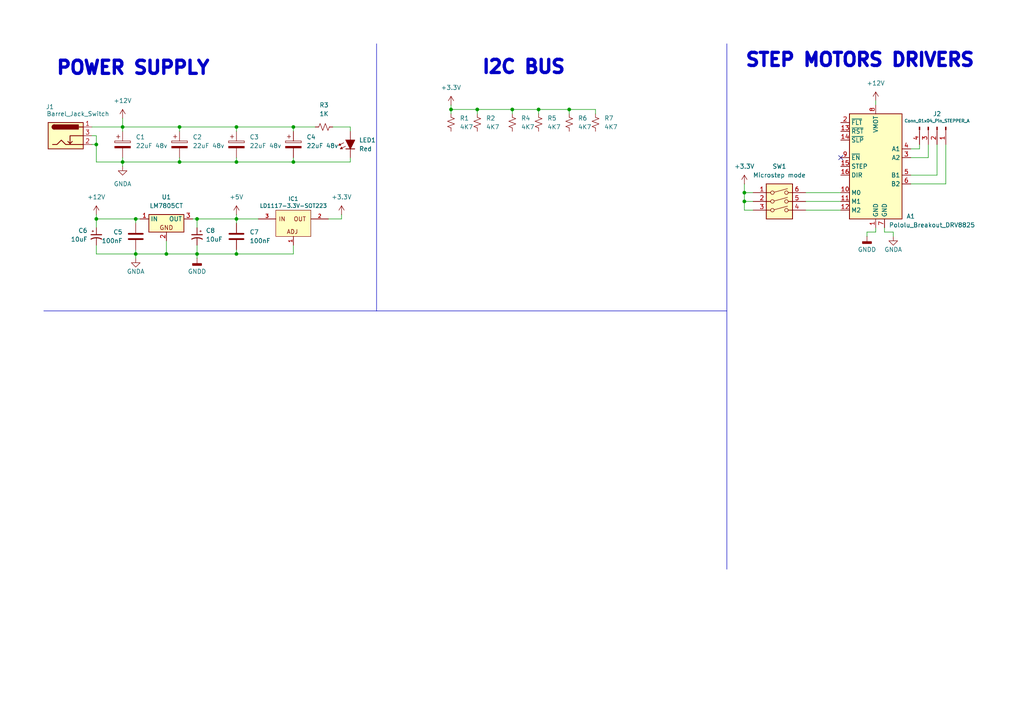
<source format=kicad_sch>
(kicad_sch (version 20250114) (generator "eeschema") (generator_version "9.0")
  (paper "A4")
  (title_block (title "ScaraRobot_controller") (date "2025-05-01") (company "Fourier Embeds") (comment 1 "Adrián Silva Palafox"))
  (lib_symbols
    (symbol "Connector:Barrel_Jack_Switch" (pin_names (hide yes))
      (property "Reference" "J" (at 0 5.334 0))
      (property "Value" "Barrel_Jack_Switch" (at 0 -5.08 0))
      (symbol "Barrel_Jack_Switch_0_1"
        (rectangle (start -5.08 3.81) (end 5.08 -3.81) (stroke (width 0.254)) (fill (type background)))
        (polyline (pts (xy -3.81 -2.54) (xy -2.54 -2.54) (xy -1.27 -1.27) (xy 0 -2.54) (xy 2.54 -2.54) (xy 5.08 -2.54)) (stroke (width 0.254)))
        (arc (start -3.302 1.905) (mid -3.9343 2.54) (end -3.302 3.175) (stroke (width 0.254)))
        (arc (start -3.302 1.905) (mid -3.9343 2.54) (end -3.302 3.175) (stroke (width 0.254)) (fill (type outline)))
        (polyline (pts (xy 1.27 -2.286) (xy 1.905 -1.651)) (stroke (width 0.254)))
        (rectangle (start 3.683 3.175) (end -3.302 1.905) (stroke (width 0.254)) (fill (type outline)))
        (polyline (pts (xy 5.08 2.54) (xy 3.81 2.54)) (stroke (width 0.254)))
        (polyline (pts (xy 5.08 0) (xy 1.27 0) (xy 1.27 -2.286) (xy 0.635 -1.651)) (stroke (width 0.254)))
      )
      (symbol "Barrel_Jack_Switch_1_1"
        (pin passive line (at 7.62 2.54 180) (length 2.54) (name "~") (number "1"))
        (pin passive line (at 7.62 0 180) (length 2.54) (name "~") (number "3"))
        (pin passive line (at 7.62 -2.54 180) (length 2.54) (name "~") (number "2"))
      )
    )
    (symbol "Connector:Conn_01x04_Pin" (pin_names (offset 1.016) (hide yes))
      (property "Reference" "J" (at 0 5.08 0))
      (property "Value" "Conn_01x04_Pin" (at 0 -7.62 0))
      (symbol "Conn_01x04_Pin_1_1"
        (rectangle (start 0.8636 2.667) (end 0 2.413) (stroke (width 0.1524)) (fill (type outline)))
        (rectangle (start 0.8636 0.127) (end 0 -0.127) (stroke (width 0.1524)) (fill (type outline)))
        (rectangle (start 0.8636 -2.413) (end 0 -2.667) (stroke (width 0.1524)) (fill (type outline)))
        (rectangle (start 0.8636 -4.953) (end 0 -5.207) (stroke (width 0.1524)) (fill (type outline)))
        (polyline (pts (xy 1.27 2.54) (xy 0.8636 2.54)) (stroke (width 0.1524)))
        (polyline (pts (xy 1.27 0) (xy 0.8636 0)) (stroke (width 0.1524)))
        (polyline (pts (xy 1.27 -2.54) (xy 0.8636 -2.54)) (stroke (width 0.1524)))
        (polyline (pts (xy 1.27 -5.08) (xy 0.8636 -5.08)) (stroke (width 0.1524)))
        (pin passive line (at 5.08 2.54 180) (length 3.81) (name "Pin_1") (number "1"))
        (pin passive line (at 5.08 0 180) (length 3.81) (name "Pin_2") (number "2"))
        (pin passive line (at 5.08 -2.54 180) (length 3.81) (name "Pin_3") (number "3"))
        (pin passive line (at 5.08 -5.08 180) (length 3.81) (name "Pin_4") (number "4"))
      )
    )
    (symbol "Device:C_Polarized_Small_US" (pin_numbers (hide yes)) (pin_names (offset 0.254) (hide yes))
      (property "Reference" "C" (at 0.254 1.778 0))
      (property "Value" "C_Polarized_Small_US" (at 0.254 -2.032 0))
      (symbol "C_Polarized_Small_US_0_1"
        (polyline (pts (xy -1.524 0.508) (xy 1.524 0.508)) (stroke (width 0.3048)))
        (polyline (pts (xy -1.27 1.524) (xy -0.762 1.524)))
        (polyline (pts (xy -1.016 1.27) (xy -1.016 1.778)))
        (arc (start -1.524 -0.762) (mid 0 -0.3734) (end 1.524 -0.762) (stroke (width 0.3048)))
      )
      (symbol "C_Polarized_Small_US_1_1"
        (pin passive line (at 0 2.54 270) (length 2.032) (name "~") (number "1"))
        (pin passive line (at 0 -2.54 90) (length 2.032) (name "~") (number "2"))
      )
    )
    (symbol "Device:R_Small_US" (pin_numbers (hide yes)) (pin_names (offset 0.254) (hide yes))
      (property "Reference" "R" (at 0.762 0.508 0))
      (property "Value" "R_Small_US" (at 0.762 -1.016 0))
      (symbol "R_Small_US_1_1"
        (polyline (pts (xy 0 1.524) (xy 1.016 1.143) (xy 0 0.762) (xy -1.016 0.381) (xy 0 0)))
        (polyline (pts (xy 0 0) (xy 1.016 -0.381) (xy 0 -0.762) (xy -1.016 -1.143) (xy 0 -1.524)))
        (pin passive line (at 0 2.54 270) (length 1.016) (name "~") (number "1"))
        (pin passive line (at 0 -2.54 90) (length 1.016) (name "~") (number "2"))
      )
    )
    (symbol "Driver_Motor:Pololu_Breakout_DRV8825"
      (property "Reference" "A" (at -2.54 16.51 0))
      (property "Value" "Pololu_Breakout_DRV8825" (at -2.54 13.97 0))
      (symbol "Pololu_Breakout_DRV8825_0_1"
        (rectangle (start 7.62 -17.78) (end -7.62 12.7) (stroke (width 0.254)) (fill (type background)))
      )
      (symbol "Pololu_Breakout_DRV8825_1_1"
        (pin output line (at -10.16 10.16 0) (length 2.54) (name "~{FLT}") (number "2"))
        (pin input line (at -10.16 7.62 0) (length 2.54) (name "~{RST}") (number "13"))
        (pin input line (at -10.16 5.08 0) (length 2.54) (name "~{SLP}") (number "14"))
        (pin input line (at -10.16 0 0) (length 2.54) (name "~{EN}") (number "9"))
        (pin input line (at -10.16 -2.54 0) (length 2.54) (name "STEP") (number "15"))
        (pin input line (at -10.16 -5.08 0) (length 2.54) (name "DIR") (number "16"))
        (pin input line (at -10.16 -10.16 0) (length 2.54) (name "M0") (number "10"))
        (pin input line (at -10.16 -12.7 0) (length 2.54) (name "M1") (number "11"))
        (pin input line (at -10.16 -15.24 0) (length 2.54) (name "M2") (number "12"))
        (pin power_in line (at 0 15.24 270) (length 2.54) (name "VMOT") (number "8"))
        (pin power_in line (at 0 -20.32 90) (length 2.54) (name "GND") (number "1"))
        (pin power_in line (at 2.54 -20.32 90) (length 2.54) (name "GND") (number "7"))
        (pin output line (at 10.16 2.54 180) (length 2.54) (name "A1") (number "4"))
        (pin output line (at 10.16 0 180) (length 2.54) (name "A2") (number "3"))
        (pin output line (at 10.16 -5.08 180) (length 2.54) (name "B1") (number "5"))
        (pin output line (at 10.16 -7.62 180) (length 2.54) (name "B2") (number "6"))
      )
    )
    (symbol "PCM_4ms_Regulator:LD1117-3.3V-SOT223" (pin_names (offset 1.016) (hide yes))
      (property "Reference" "IC" (at 2.54 -6.35 0))
      (property "Value" "LD1117-3.3V-SOT223" (at -4.445 4.445 0))
      (symbol "LD1117-3.3V-SOT223_1_0"
        (rectangle (start -5.08 3.81) (end 5.08 -3.81) (fill (type background)))
        (text "IN" (at -3.2766 1.2446 0) (effects (font (size 1.2192 1.2192))))
        (text "ADJ" (at -0.2794 -2.4384 0) (effects (font (size 1.2192 1.2192))))
        (text "OUT" (at 1.8796 1.2446 0) (effects (font (size 1.2192 1.2192))))
      )
      (symbol "LD1117-3.3V-SOT223_1_1"
        (pin input line (at -10.16 1.27 0) (length 5.08) (name "IN") (number "3"))
        (pin input line (at 0 -6.35 90) (length 2.54) (name "ADJ") (number "1"))
        (pin passive line (at 10.16 1.27 180) (length 5.08) (name "OUT") (number "2"))
      )
    )
    (symbol "PCM_Capacitor_AKL:CP_Radial_D10.0mm_P5.00mm" (pin_numbers (hide yes)) (pin_names (offset 0.254))
      (property "Reference" "C" (at 0.635 2.54 0))
      (property "Value" "CP_Radial_D10.0mm_P5.00mm" (at 0.635 -2.54 0))
      (symbol "CP_Radial_D10.0mm_P5.00mm_0_1"
        (rectangle (start -2.286 1.016) (end 2.286 0.508))
        (polyline (pts (xy -1.778 2.286) (xy -0.762 2.286)))
        (polyline (pts (xy -1.27 2.794) (xy -1.27 1.778)))
        (rectangle (start 2.286 -0.508) (end -2.286 -1.016) (fill (type outline)))
      )
      (symbol "CP_Radial_D10.0mm_P5.00mm_0_2"
        (polyline (pts (xy -2.54 -2.54) (xy -0.6604 -0.6604)))
        (polyline (pts (xy -1.8796 0.6096) (xy 0.6096 -1.8796) (xy 0.9652 -1.524) (xy -1.524 0.9652) (xy -1.8796 0.6096)) (fill (type outline)))
        (polyline (pts (xy -0.9652 1.524) (xy 1.524 -0.9652) (xy 1.8796 -0.6096) (xy -0.6096 1.8796) (xy -0.9652 1.524)))
        (polyline (pts (xy 0 2.032) (xy 1.016 2.032)))
        (polyline (pts (xy 0.508 2.54) (xy 0.508 1.524)))
        (polyline (pts (xy 0.6604 0.6604) (xy 2.54 2.54)))
      )
      (symbol "CP_Radial_D10.0mm_P5.00mm_1_1"
        (pin passive line (at 0 3.81 270) (length 2.794) (name "~") (number "1"))
        (pin passive line (at 0 -3.81 90) (length 2.794) (name "~") (number "2"))
      )
      (symbol "CP_Radial_D10.0mm_P5.00mm_1_2"
        (pin passive line (at -2.54 -2.54 90) (length 0) (name "~") (number "2"))
        (pin passive line (at 2.54 2.54 270) (length 0) (name "~") (number "1"))
      )
    )
    (symbol "PCM_Capacitor_AKL:C_Disc_D4.7mm_W2.5mm_P5.00mm" (pin_numbers (hide yes)) (pin_names (offset 0.254))
      (property "Reference" "C" (at 0.635 2.54 0))
      (property "Value" "C_Disc_D4.7mm_W2.5mm_P5.00mm" (at 0.635 -2.54 0))
      (symbol "C_Disc_D4.7mm_W2.5mm_P5.00mm_0_1"
        (polyline (pts (xy -2.032 0.762) (xy 2.032 0.762)) (stroke (width 0.508)))
        (polyline (pts (xy -2.032 -0.762) (xy 2.032 -0.762)) (stroke (width 0.508)))
      )
      (symbol "C_Disc_D4.7mm_W2.5mm_P5.00mm_0_2"
        (polyline (pts (xy -2.54 -2.54) (xy -0.381 -0.381)))
        (polyline (pts (xy -0.508 -0.508) (xy -1.651 0.635)) (stroke (width 0.508)))
        (polyline (pts (xy -0.508 -0.508) (xy 0.635 -1.651)) (stroke (width 0.508)))
        (polyline (pts (xy 0.381 0.381) (xy 2.54 2.54)))
        (polyline (pts (xy 0.508 0.508) (xy -0.635 1.651)) (stroke (width 0.508)))
        (polyline (pts (xy 0.508 0.508) (xy 1.651 -0.635)) (stroke (width 0.508)))
      )
      (symbol "C_Disc_D4.7mm_W2.5mm_P5.00mm_1_1"
        (pin passive line (at 0 3.81 270) (length 2.794) (name "~") (number "1"))
        (pin passive line (at 0 -3.81 90) (length 2.794) (name "~") (number "2"))
      )
      (symbol "C_Disc_D4.7mm_W2.5mm_P5.00mm_1_2"
        (pin passive line (at -2.54 -2.54 90) (length 0) (name "~") (number "2"))
        (pin passive line (at 2.54 2.54 270) (length 0) (name "~") (number "1"))
      )
    )
    (symbol "PCM_LED_AKL:LED_5mm" (pin_numbers (hide yes)) (pin_names (offset 1.016) (hide yes))
      (property "Reference" "LED" (at 0 7.62 0))
      (property "Value" "LED_5mm" (at 0 5.08 0))
      (symbol "LED_5mm_0_1"
        (polyline (pts (xy -1.27 1.27) (xy -1.27 -1.27) (xy 1.27 0) (xy -1.27 1.27)) (stroke (width 0.254)) (fill (type outline)))
        (polyline (pts (xy -0.508 1.905) (xy 0.254 3.429)) (stroke (width 0.1524)))
        (polyline (pts (xy 0 2.921) (xy -0.254 3.048)) (stroke (width 0.1524)))
        (polyline (pts (xy 0 2.921) (xy 0.254 2.794)) (stroke (width 0.1524)))
        (polyline (pts (xy 0.254 2.794) (xy -0.254 3.048) (xy 0.254 3.429) (xy 0.254 2.794)) (stroke (width 0.1524)) (fill (type outline)))
        (polyline (pts (xy 0.508 1.397) (xy 1.27 2.921)) (stroke (width 0.1524)))
        (polyline (pts (xy 1.016 2.413) (xy 0.762 2.54)) (stroke (width 0.1524)))
        (polyline (pts (xy 1.016 2.413) (xy 1.27 2.286)) (stroke (width 0.1524)))
        (polyline (pts (xy 1.27 2.286) (xy 0.762 2.54) (xy 1.27 2.921) (xy 1.27 2.286)) (stroke (width 0.1524)) (fill (type outline)))
        (polyline (pts (xy 1.27 1.27) (xy 1.27 -1.27)) (stroke (width 0.254)))
        (polyline (pts (xy 1.27 0) (xy -1.27 0)))
      )
      (symbol "LED_5mm_0_2"
        (polyline (pts (xy -2.54 -2.54) (xy 2.54 2.54)))
        (polyline (pts (xy -2.159 2.413) (xy -2.286 1.778) (xy -1.6764 1.9812) (xy -2.159 2.413)) (fill (type outline)))
        (polyline (pts (xy -1.651 0.889) (xy -2.159 2.413)))
        (polyline (pts (xy -1.016 2.794) (xy -1.143 2.159) (xy -0.5334 2.3622) (xy -1.016 2.794)) (fill (type outline)))
        (polyline (pts (xy -0.889 -0.889) (xy -1.778 0) (xy 0.889 0.889) (xy 0 -1.778) (xy -0.889 -0.889)) (stroke (width 0.254)) (fill (type outline)))
        (polyline (pts (xy -0.508 1.27) (xy -1.016 2.794)))
        (polyline (pts (xy 0 1.778) (xy 1.778 0)) (stroke (width 0.254)))
      )
      (symbol "LED_5mm_1_1"
        (pin passive line (at -3.81 0 0) (length 2.54) (name "A") (number "2"))
        (pin passive line (at 3.81 0 180) (length 2.54) (name "K") (number "1"))
      )
      (symbol "LED_5mm_1_2"
        (pin passive line (at -2.54 -2.54 0) (length 0) (name "A") (number "2"))
        (pin passive line (at 2.54 2.54 180) (length 0) (name "K") (number "1"))
      )
    )
    (symbol "PCM_Voltage_Regulator_AKL:LM7805CT"
      (property "Reference" "U" (at 0 6.35 0))
      (property "Value" "LM7805CT" (at 0 3.81 0))
      (symbol "LM7805CT_0_0"
        (rectangle (start -5.08 1.27) (end 5.08 -3.81) (stroke (width 0.254)) (fill (type background)))
        (text "GND" (at 0 -2.54 0) (effects (font (size 1.27 1.27))))
      )
      (symbol "LM7805CT_1_1"
        (pin power_in line (at -7.62 0 0) (length 2.54) (name "IN") (number "1"))
        (pin power_in line (at 0 -6.35 90) (length 2.54) (name "~") (number "2"))
        (pin power_out line (at 7.62 0 180) (length 2.54) (name "OUT") (number "3"))
      )
    )
    (symbol "Switch:SW_DIP_x03" (pin_names (offset 0) (hide yes))
      (property "Reference" "SW" (at 0 6.35 0))
      (property "Value" "SW_DIP_x03" (at 0 -6.35 0))
      (symbol "SW_DIP_x03_0_0"
        (circle (center -2.032 2.54) (radius 0.508))
        (circle (center -2.032 0) (radius 0.508))
        (circle (center -2.032 -2.54) (radius 0.508))
        (polyline (pts (xy -1.524 2.667) (xy 2.3622 3.7084)))
        (polyline (pts (xy -1.524 0.127) (xy 2.3622 1.1684)))
        (polyline (pts (xy -1.524 -2.413) (xy 2.3622 -1.3716)))
        (circle (center 2.032 2.54) (radius 0.508))
        (circle (center 2.032 0) (radius 0.508))
        (circle (center 2.032 -2.54) (radius 0.508))
      )
      (symbol "SW_DIP_x03_0_1"
        (rectangle (start -3.81 5.08) (end 3.81 -5.08) (stroke (width 0.254)) (fill (type background)))
      )
      (symbol "SW_DIP_x03_1_1"
        (pin passive line (at -7.62 2.54 0) (length 5.08) (name "~") (number "1"))
        (pin passive line (at -7.62 0 0) (length 5.08) (name "~") (number "2"))
        (pin passive line (at -7.62 -2.54 0) (length 5.08) (name "~") (number "3"))
        (pin passive line (at 7.62 2.54 180) (length 5.08) (name "~") (number "6"))
        (pin passive line (at 7.62 0 180) (length 5.08) (name "~") (number "5"))
        (pin passive line (at 7.62 -2.54 180) (length 5.08) (name "~") (number "4"))
      )
    )
    (symbol "power:+12V" (power) (pin_numbers (hide yes)) (pin_names (offset 0) (hide yes))
      (property "Value" "+12V" (at 0 3.556 0))
      (symbol "+12V_0_1"
        (polyline (pts (xy -0.762 1.27) (xy 0 2.54)))
        (polyline (pts (xy 0 2.54) (xy 0.762 1.27)))
        (polyline (pts (xy 0 0) (xy 0 2.54)))
      )
      (symbol "+12V_1_1"
        (pin power_in line (at 0 0 90) (length 0) (name "~") (number "1"))
      )
    )
    (symbol "power:+3.3V" (power) (pin_numbers (hide yes)) (pin_names (offset 0) (hide yes))
      (property "Value" "+3.3V" (at 0 3.556 0))
      (symbol "+3.3V_0_1"
        (polyline (pts (xy -0.762 1.27) (xy 0 2.54)))
        (polyline (pts (xy 0 2.54) (xy 0.762 1.27)))
        (polyline (pts (xy 0 0) (xy 0 2.54)))
      )
      (symbol "+3.3V_1_1"
        (pin power_in line (at 0 0 90) (length 0) (name "~") (number "1"))
      )
    )
    (symbol "power:GNDA" (power) (pin_numbers (hide yes)) (pin_names (offset 0) (hide yes))
      (property "Value" "GNDA" (at 0 -3.81 0))
      (symbol "GNDA_0_1"
        (polyline (pts (xy 0 0) (xy 0 -1.27) (xy 1.27 -1.27) (xy 0 -2.54) (xy -1.27 -1.27) (xy 0 -1.27)))
      )
      (symbol "GNDA_1_1"
        (pin power_in line (at 0 0 270) (length 0) (name "~") (number "1"))
      )
    )
    (symbol "power:GNDD" (power) (pin_numbers (hide yes)) (pin_names (offset 0) (hide yes))
      (property "Value" "GNDD" (at 0 -3.175 0))
      (symbol "GNDD_0_1"
        (rectangle (start -1.27 -1.524) (end 1.27 -2.032) (stroke (width 0.254)) (fill (type outline)))
        (polyline (pts (xy 0 0) (xy 0 -1.524)))
      )
      (symbol "GNDD_1_1"
        (pin power_in line (at 0 0 270) (length 0) (name "~") (number "1"))
      )
    )
  )
  (text "STEP MOTORS DRIVERS" (at 249.428 17.526 0) (effects (font (size 3.81 3.81) (thickness 1.016) (bold yes))))
  (text "POWER SUPPLY" (at 38.608 19.812 0) (effects (font (size 3.81 3.81) (thickness 1.016) (bold yes))))
  (text "I2C BUS" (at 151.892 19.558 0) (effects (font (size 3.81 3.81) (thickness 1.016) (bold yes))))
  (junction (at 68.58 46.99))
  (junction (at 57.15 73.66))
  (junction (at 68.58 36.83))
  (junction (at 39.37 63.5))
  (junction (at 215.9 55.88))
  (junction (at 130.81 31.75))
  (junction (at 165.1 31.75))
  (junction (at 138.43 31.75))
  (junction (at 52.07 36.83))
  (junction (at 215.9 58.42))
  (junction (at 68.58 73.66))
  (junction (at 27.94 63.5))
  (junction (at 35.56 46.99))
  (junction (at 35.56 36.83))
  (junction (at 85.09 46.99))
  (junction (at 48.26 73.66))
  (junction (at 156.21 31.75))
  (junction (at 27.94 41.91))
  (junction (at 85.09 36.83))
  (junction (at 57.15 63.5))
  (junction (at 52.07 46.99))
  (junction (at 68.58 63.5))
  (junction (at 39.37 73.66))
  (junction (at 148.59 31.75))
  (no_connect (at 243.84 45.72))
  (wire (pts (xy 35.56 36.83) (xy 52.07 36.83)))
  (wire (pts (xy 148.59 31.75) (xy 148.59 33.02)))
  (wire (pts (xy 271.78 41.91) (xy 271.78 50.8)))
  (wire (pts (xy 52.07 46.99) (xy 35.56 46.99)))
  (wire (pts (xy 138.43 31.75) (xy 148.59 31.75)))
  (wire (pts (xy 68.58 64.77) (xy 68.58 63.5)))
  (wire (pts (xy 148.59 31.75) (xy 156.21 31.75)))
  (wire (pts (xy 68.58 38.1) (xy 68.58 36.83)))
  (wire (pts (xy 101.6 36.83) (xy 101.6 38.1)))
  (wire (pts (xy 254 67.31) (xy 254 66.04)))
  (wire (pts (xy 27.94 73.66) (xy 39.37 73.66)))
  (wire (pts (xy 264.16 45.72) (xy 269.24 45.72)))
  (wire (pts (xy 57.15 63.5) (xy 68.58 63.5)))
  (wire (pts (xy 39.37 63.5) (xy 40.64 63.5)))
  (wire (pts (xy 95.25 63.5) (xy 99.06 63.5)))
  (wire (pts (xy 256.54 67.31) (xy 256.54 66.04)))
  (wire (pts (xy 130.81 31.75) (xy 130.81 33.02)))
  (wire (pts (xy 68.58 46.99) (xy 52.07 46.99)))
  (wire (pts (xy 27.94 46.99) (xy 35.56 46.99)))
  (wire (pts (xy 85.09 71.12) (xy 85.09 73.66)))
  (wire (pts (xy 130.81 30.48) (xy 130.81 31.75)))
  (wire (pts (xy 101.6 46.99) (xy 85.09 46.99)))
  (wire (pts (xy 138.43 33.02) (xy 138.43 31.75)))
  (wire (pts (xy 52.07 38.1) (xy 52.07 36.83)))
  (wire (pts (xy 39.37 64.77) (xy 39.37 63.5)))
  (wire (pts (xy 27.94 39.37) (xy 27.94 41.91)))
  (wire (pts (xy 271.78 50.8) (xy 264.16 50.8)))
  (wire (pts (xy 233.68 55.88) (xy 243.84 55.88)))
  (wire (pts (xy 215.9 58.42) (xy 215.9 60.96)))
  (wire (pts (xy 85.09 73.66) (xy 68.58 73.66)))
  (wire (pts (xy 165.1 31.75) (xy 165.1 33.02)))
  (polyline (pts (xy 210.82 12.7) (xy 210.82 165.1)))
  (wire (pts (xy 27.94 41.91) (xy 27.94 46.99)))
  (wire (pts (xy 85.09 46.99) (xy 68.58 46.99)))
  (wire (pts (xy 68.58 63.5) (xy 74.93 63.5)))
  (wire (pts (xy 274.32 53.34) (xy 264.16 53.34)))
  (wire (pts (xy 274.32 41.91) (xy 274.32 53.34)))
  (wire (pts (xy 215.9 53.34) (xy 215.9 55.88)))
  (wire (pts (xy 172.72 33.02) (xy 172.72 31.75)))
  (wire (pts (xy 57.15 71.12) (xy 57.15 73.66)))
  (wire (pts (xy 130.81 31.75) (xy 138.43 31.75)))
  (wire (pts (xy 233.68 58.42) (xy 243.84 58.42)))
  (wire (pts (xy 26.67 36.83) (xy 35.56 36.83)))
  (wire (pts (xy 215.9 55.88) (xy 218.44 55.88)))
  (polyline (pts (xy 109.22 90.17) (xy 210.82 90.17)))
  (wire (pts (xy 48.26 73.66) (xy 48.26 69.85)))
  (wire (pts (xy 101.6 46.99) (xy 101.6 45.72)))
  (wire (pts (xy 35.56 34.29) (xy 35.56 36.83)))
  (wire (pts (xy 57.15 66.04) (xy 57.15 63.5)))
  (wire (pts (xy 266.7 41.91) (xy 266.7 43.18)))
  (wire (pts (xy 68.58 45.72) (xy 68.58 46.99)))
  (wire (pts (xy 35.56 46.99) (xy 35.56 48.26)))
  (wire (pts (xy 52.07 45.72) (xy 52.07 46.99)))
  (wire (pts (xy 39.37 73.66) (xy 39.37 74.93)))
  (wire (pts (xy 27.94 71.12) (xy 27.94 73.66)))
  (wire (pts (xy 27.94 39.37) (xy 26.67 39.37)))
  (wire (pts (xy 266.7 43.18) (xy 264.16 43.18)))
  (wire (pts (xy 233.68 60.96) (xy 243.84 60.96)))
  (wire (pts (xy 156.21 33.02) (xy 156.21 31.75)))
  (wire (pts (xy 55.88 63.5) (xy 57.15 63.5)))
  (wire (pts (xy 27.94 41.91) (xy 26.67 41.91)))
  (wire (pts (xy 39.37 73.66) (xy 48.26 73.66)))
  (wire (pts (xy 215.9 58.42) (xy 218.44 58.42)))
  (wire (pts (xy 27.94 63.5) (xy 39.37 63.5)))
  (wire (pts (xy 259.08 68.58) (xy 259.08 67.31)))
  (wire (pts (xy 269.24 41.91) (xy 269.24 45.72)))
  (wire (pts (xy 68.58 72.39) (xy 68.58 73.66)))
  (wire (pts (xy 57.15 73.66) (xy 68.58 73.66)))
  (wire (pts (xy 254 29.21) (xy 254 30.48)))
  (wire (pts (xy 85.09 45.72) (xy 85.09 46.99)))
  (wire (pts (xy 57.15 74.93) (xy 57.15 73.66)))
  (polyline (pts (xy 12.7 90.17) (xy 109.22 90.17)))
  (wire (pts (xy 35.56 36.83) (xy 35.56 38.1)))
  (wire (pts (xy 48.26 73.66) (xy 57.15 73.66)))
  (wire (pts (xy 215.9 60.96) (xy 218.44 60.96)))
  (wire (pts (xy 96.52 36.83) (xy 101.6 36.83)))
  (wire (pts (xy 259.08 67.31) (xy 256.54 67.31)))
  (wire (pts (xy 52.07 36.83) (xy 68.58 36.83)))
  (wire (pts (xy 251.46 67.31) (xy 251.46 68.58)))
  (wire (pts (xy 172.72 31.75) (xy 165.1 31.75)))
  (wire (pts (xy 156.21 31.75) (xy 165.1 31.75)))
  (wire (pts (xy 215.9 55.88) (xy 215.9 58.42)))
  (wire (pts (xy 85.09 36.83) (xy 91.44 36.83)))
  (wire (pts (xy 99.06 62.23) (xy 99.06 63.5)))
  (wire (pts (xy 35.56 45.72) (xy 35.56 46.99)))
  (wire (pts (xy 27.94 62.23) (xy 27.94 63.5)))
  (wire (pts (xy 39.37 72.39) (xy 39.37 73.66)))
  (wire (pts (xy 85.09 38.1) (xy 85.09 36.83)))
  (wire (pts (xy 68.58 62.23) (xy 68.58 63.5)))
  (wire (pts (xy 251.46 67.31) (xy 254 67.31)))
  (polyline (pts (xy 109.22 12.7) (xy 109.22 90.17)))
  (wire (pts (xy 27.94 63.5) (xy 27.94 66.04)))
  (wire (pts (xy 68.58 36.83) (xy 85.09 36.83)))
  (symbol (lib_id "Device:C_Polarized_Small_US") (at 57.15 68.58 0) (mirror y) (unit 1)
    (property "Reference" "C8" (at 59.69 66.8781 0) (effects (justify right)))
    (property "Value" "10uF" (at 59.69 69.4181 0) (effects (justify right)))
    (property "Footprint" "Capacitor_THT:CP_Radial_D5.0mm_P2.00mm" (effects (hide yes)))
    (property "Description" "Polarized capacitor, small US symbol" (effects (hide yes)))
  )
  (symbol (lib_id "power:GNDD") (at 57.15 74.93 0) (unit 1)
    (property "Reference" "#PWR09" (effects (hide yes)))
    (property "Value" "GNDD" (at 57.15 78.74 0))
    (property "Description" "Power symbol creates a global label with name \"GNDD\" , digital ground" (effects (hide yes)))
  )
  (symbol (lib_id "PCM_Voltage_Regulator_AKL:LM7805CT") (at 48.26 63.5 0) (unit 1)
    (property "Reference" "U1" (at 48.26 57.15 0))
    (property "Value" "LM7805CT" (at 48.26 59.69 0))
    (property "Footprint" "PCM_Package_TO_SOT_THT_AKL:TO-220-3_Vertical" (effects (hide yes)))
    (property "Datasheet" "https://datasheet.octopart.com/LM7805CT-Fairchild-datasheet-5337151.pdf" (effects (hide yes)))
    (property "Description" "TO-220 5V 1A 3-terminal voltage regulator, Alternate KiCad Library" (effects (hide yes)))
  )
  (symbol (lib_id "power:GNDA") (at 39.37 74.93 0) (unit 1)
    (property "Reference" "#PWR08" (effects (hide yes)))
    (property "Value" "GNDA" (at 39.37 78.74 0))
    (property "Description" "Power symbol creates a global label with name \"GNDA\" , analog ground" (effects (hide yes)))
  )
  (symbol (lib_id "power:+12V") (at 35.56 34.29 0) (unit 1)
    (property "Reference" "#PWR02" (effects (hide yes)))
    (property "Value" "+12V" (at 35.56 29.21 0))
    (property "Description" "Power symbol creates a global label with name \"+12V\"" (effects (hide yes)))
  )
  (symbol (lib_id "Connector:Conn_01x04_Pin") (at 271.78 36.83 270) (unit 1)
    (property "Reference" "J2" (at 271.78 33.02 90))
    (property "Value" "Conn_01x04_Pin_STEPPER_A" (at 271.78 35.052 90) (effects (font (size 0.889 0.889))))
    (property "Footprint" "Connector_JST:JST_XH_B4B-XH-AM_1x04_P2.50mm_Vertical" (effects (hide yes)))
    (property "Description" "Generic connector, single row, 01x04, script generated" (effects (hide yes)))
  )
  (symbol (lib_id "power:GNDA") (at 259.08 68.58 0) (unit 1)
    (property "Reference" "#PWR07" (effects (hide yes)))
    (property "Value" "GNDA" (at 259.08 72.39 0))
    (property "Description" "Power symbol creates a global label with name \"GNDA\" , analog ground" (effects (hide yes)))
  )
  (symbol (lib_id "PCM_Capacitor_AKL:CP_Radial_D10.0mm_P5.00mm") (at 52.07 41.91 0) (unit 1)
    (property "Reference" "C2" (at 55.88 39.7509 0) (effects (justify left)))
    (property "Value" "22uF 48v" (at 55.88 42.2909 0) (effects (justify left)))
    (property "Footprint" "Capacitor_THT:CP_Radial_D10.0mm_P5.00mm" (effects (hide yes)))
    (property "Description" "THT Electrolytic Capacitor, 10.0mm Diameter, 5.00mm Pitch, European Symbol, Alternate KiCad Library" (effects (hide yes)))
  )
  (symbol (lib_id "Device:R_Small_US") (at 156.21 35.56 0) (unit 1)
    (property "Reference" "R5" (at 158.75 34.2899 0) (effects (justify left)))
    (property "Value" "4K7" (at 158.75 36.8299 0) (effects (justify left)))
    (property "Footprint" "PCM_Resistor_THT_AKL:R_Axial_DIN0204_L3.6mm_D1.6mm_P5.08mm_Horizontal" (effects (hide yes)))
    (property "Description" "Resistor, small US symbol" (effects (hide yes)))
  )
  (symbol (lib_id "Connector:Barrel_Jack_Switch") (at 19.05 39.37 0) (unit 1)
    (property "Reference" "J1" (at 14.478 30.988 0))
    (property "Value" "Barrel_Jack_Switch" (at 22.606 33.02 0))
    (property "Footprint" "Connector_BarrelJack:BarrelJack_CUI_PJ-102AH_Horizontal" (effects (hide yes)))
    (property "Description" "DC Barrel Jack with an internal switch" (effects (hide yes)))
  )
  (symbol (lib_id "power:GNDD") (at 251.46 68.58 0) (unit 1)
    (property "Reference" "#PWR01" (effects (hide yes)))
    (property "Value" "GNDD" (at 251.46 72.39 0))
    (property "Description" "Power symbol creates a global label with name \"GNDD\" , digital ground" (effects (hide yes)))
  )
  (symbol (lib_id "PCM_Capacitor_AKL:C_Disc_D4.7mm_W2.5mm_P5.00mm") (at 68.58 68.58 180) (unit 1)
    (property "Reference" "C7" (at 72.39 67.3099 0) (effects (justify right)))
    (property "Value" "100nF" (at 72.39 69.8499 0) (effects (justify right)))
    (property "Footprint" "PCM_Capacitor_THT_AKL:C_Disc_D4.7mm_W2.5mm_P5.00mm" (effects (hide yes)))
    (property "Description" "THT Ceramic Disc Capacitor, 4.7mm Diameter, 2.5mm Width, 5.00mm Pitch, Alternate KiCad Library" (effects (hide yes)))
  )
  (symbol (lib_id "Device:R_Small_US") (at 130.81 35.56 0) (unit 1)
    (property "Reference" "R1" (at 133.35 34.2899 0) (effects (justify left)))
    (property "Value" "4K7" (at 133.35 36.8299 0) (effects (justify left)))
    (property "Footprint" "PCM_Resistor_THT_AKL:R_Axial_DIN0204_L3.6mm_D1.6mm_P5.08mm_Horizontal" (effects (hide yes)))
    (property "Description" "Resistor, small US symbol" (effects (hide yes)))
  )
  (symbol (lib_id "power:+12V") (at 27.94 62.23 0) (unit 1)
    (property "Reference" "#PWR010" (effects (hide yes)))
    (property "Value" "+12V" (at 27.94 57.15 0))
    (property "Description" "Power symbol creates a global label with name \"+12V\"" (effects (hide yes)))
  )
  (symbol (lib_id "Device:R_Small_US") (at 165.1 35.56 0) (unit 1)
    (property "Reference" "R6" (at 167.64 34.2899 0) (effects (justify left)))
    (property "Value" "4K7" (at 167.64 36.8299 0) (effects (justify left)))
    (property "Footprint" "PCM_Resistor_THT_AKL:R_Axial_DIN0204_L3.6mm_D1.6mm_P5.08mm_Horizontal" (effects (hide yes)))
    (property "Description" "Resistor, small US symbol" (effects (hide yes)))
  )
  (symbol (lib_id "Device:C_Polarized_Small_US") (at 27.94 68.58 0) (unit 1)
    (property "Reference" "C6" (at 25.4 66.8781 0) (effects (justify right)))
    (property "Value" "10uF" (at 25.4 69.4181 0) (effects (justify right)))
    (property "Footprint" "Capacitor_THT:CP_Radial_D5.0mm_P2.00mm" (effects (hide yes)))
    (property "Description" "Polarized capacitor, small US symbol" (effects (hide yes)))
  )
  (symbol (lib_id "PCM_Capacitor_AKL:CP_Radial_D10.0mm_P5.00mm") (at 85.09 41.91 0) (unit 1)
    (property "Reference" "C4" (at 88.9 39.7509 0) (effects (justify left)))
    (property "Value" "22uF 48v" (at 88.9 42.2909 0) (effects (justify left)))
    (property "Footprint" "Capacitor_THT:CP_Radial_D10.0mm_P5.00mm" (effects (hide yes)))
    (property "Description" "THT Electrolytic Capacitor, 10.0mm Diameter, 5.00mm Pitch, European Symbol, Alternate KiCad Library" (effects (hide yes)))
  )
  (symbol (lib_id "Switch:SW_DIP_x03") (at 226.06 58.42 0) (unit 1)
    (property "Reference" "SW1" (at 226.06 48.26 0))
    (property "Value" "Microstep mode" (at 226.06 50.8 0))
    (property "Description" "3x DIP Switch, Single Pole Single Throw (SPST) switch, small symbol" (effects (hide yes)))
  )
  (symbol (lib_id "PCM_LED_AKL:LED_5mm") (at 101.6 41.91 90) (mirror x) (unit 1)
    (property "Reference" "LED1" (at 104.14 40.6399 90) (effects (justify right)))
    (property "Value" "Red" (at 104.14 43.1799 90) (effects (justify right)))
    (property "Footprint" "PCM_LED_THT_AKL:LED_D5.0mm" (effects (hide yes)))
    (property "Description" "LED, Generic 5mm THT, Alternate KiCad Library" (effects (hide yes)))
  )
  (symbol (lib_id "PCM_4ms_Regulator:LD1117-3.3V-SOT223") (at 85.09 64.77 0) (unit 1)
    (property "Reference" "IC1" (at 85.09 57.658 0) (effects (font (size 1.143 1.143))))
    (property "Value" "LD1117-3.3V-SOT223" (at 85.09 59.69 0) (effects (font (size 1.143 1.143))))
    (property "Footprint" "PCM_Package_TO_SOT_SMD_AKL:TO-252-2_ThermalVias" (effects (hide yes)))
    (property "Datasheet" "https://www.mouser.com/datasheet/2/389/cd00000544-1795431.pdf" (effects (hide yes)))
    (property "Description" "3.3V Voltage Regulator, SOT-223-3, Imax=0.8A, VinMax=15V, Vdrop=1V" (effects (hide yes)))
    (property "Manufacturer" "STMicroelectronics" (effects (hide yes)))
    (property "Part Number" "LD1117S33CTR" (effects (hide yes)))
  )
  (symbol (lib_id "Device:R_Small_US") (at 172.72 35.56 0) (unit 1)
    (property "Reference" "R7" (at 175.26 34.2899 0) (effects (justify left)))
    (property "Value" "4K7" (at 175.26 36.8299 0) (effects (justify left)))
    (property "Footprint" "PCM_Resistor_THT_AKL:R_Axial_DIN0204_L3.6mm_D1.6mm_P5.08mm_Horizontal" (effects (hide yes)))
    (property "Description" "Resistor, small US symbol" (effects (hide yes)))
  )
  (symbol (lib_id "power:+12V") (at 254 29.21 0) (unit 1)
    (property "Reference" "#PWR03" (effects (hide yes)))
    (property "Value" "+12V" (at 254 24.13 0))
    (property "Description" "Power symbol creates a global label with name \"+12V\"" (effects (hide yes)))
  )
  (symbol (lib_id "PCM_Capacitor_AKL:CP_Radial_D10.0mm_P5.00mm") (at 35.56 41.91 0) (unit 1)
    (property "Reference" "C1" (at 39.37 39.7509 0) (effects (justify left)))
    (property "Value" "22uF 48v" (at 39.37 42.2909 0) (effects (justify left)))
    (property "Footprint" "Capacitor_THT:CP_Radial_D10.0mm_P5.00mm" (effects (hide yes)))
    (property "Description" "THT Electrolytic Capacitor, 10.0mm Diameter, 5.00mm Pitch, European Symbol, Alternate KiCad Library" (effects (hide yes)))
  )
  (symbol (lib_id "Driver_Motor:Pololu_Breakout_DRV8825") (at 254 45.72 0) (unit 1)
    (property "Reference" "A1" (at 262.89 62.738 0) (effects (justify left)))
    (property "Value" "Pololu_Breakout_DRV8825" (at 257.81 65.278 0) (effects (justify left)))
    (property "Footprint" "Module:Pololu_Breakout-16_15.2x20.3mm" (effects (hide yes)))
    (property "Datasheet" "https://www.pololu.com/product/2982" (effects (hide yes)))
    (property "Description" "Pololu Breakout Board, Stepper Driver DRV8825" (effects (hide yes)))
  )
  (symbol (lib_id "Device:R_Small_US") (at 93.98 36.83 90) (unit 1)
    (property "Reference" "R3" (at 93.98 30.48 90))
    (property "Value" "1K" (at 93.98 33.02 90))
    (property "Footprint" "PCM_Resistor_THT_AKL:R_Axial_DIN0204_L3.6mm_D1.6mm_P5.08mm_Horizontal" (effects (hide yes)))
    (property "Description" "Resistor, small US symbol" (effects (hide yes)))
  )
  (symbol (lib_id "power:+12V") (at 99.06 62.23 0) (unit 1)
    (property "Reference" "#PWR012" (effects (hide yes)))
    (property "Value" "+3.3V" (at 99.06 57.15 0))
    (property "Description" "Power symbol creates a global label with name \"+12V\"" (effects (hide yes)))
  )
  (symbol (lib_id "PCM_Capacitor_AKL:CP_Radial_D10.0mm_P5.00mm") (at 68.58 41.91 0) (unit 1)
    (property "Reference" "C3" (at 72.39 39.7509 0) (effects (justify left)))
    (property "Value" "22uF 48v" (at 72.39 42.2909 0) (effects (justify left)))
    (property "Footprint" "Capacitor_THT:CP_Radial_D10.0mm_P5.00mm" (effects (hide yes)))
    (property "Description" "THT Electrolytic Capacitor, 10.0mm Diameter, 5.00mm Pitch, European Symbol, Alternate KiCad Library" (effects (hide yes)))
  )
  (symbol (lib_id "PCM_Capacitor_AKL:C_Disc_D4.7mm_W2.5mm_P5.00mm") (at 39.37 68.58 0) (mirror x) (unit 1)
    (property "Reference" "C5" (at 35.56 67.3099 0) (effects (justify right)))
    (property "Value" "100nF" (at 35.56 69.8499 0) (effects (justify right)))
    (property "Footprint" "PCM_Capacitor_THT_AKL:C_Disc_D4.7mm_W2.5mm_P5.00mm" (effects (hide yes)))
    (property "Description" "THT Ceramic Disc Capacitor, 4.7mm Diameter, 2.5mm Width, 5.00mm Pitch, Alternate KiCad Library" (effects (hide yes)))
  )
  (symbol (lib_id "power:GNDA") (at 35.56 48.26 0) (unit 1)
    (property "Reference" "#PWR06" (effects (hide yes)))
    (property "Value" "GNDA" (at 35.56 53.34 0))
    (property "Description" "Power symbol creates a global label with name \"GNDA\" , analog ground" (effects (hide yes)))
  )
  (symbol (lib_id "power:+3.3V") (at 215.9 53.34 0) (unit 1)
    (property "Reference" "#PWR04" (effects (hide yes)))
    (property "Value" "+3.3V" (at 215.9 48.26 0))
    (property "Description" "Power symbol creates a global label with name \"+3.3V\"" (effects (hide yes)))
  )
  (symbol (lib_id "Device:R_Small_US") (at 138.43 35.56 0) (unit 1)
    (property "Reference" "R2" (at 140.97 34.2899 0) (effects (justify left)))
    (property "Value" "4K7" (at 140.97 36.8299 0) (effects (justify left)))
    (property "Footprint" "PCM_Resistor_THT_AKL:R_Axial_DIN0204_L3.6mm_D1.6mm_P5.08mm_Horizontal" (effects (hide yes)))
    (property "Description" "Resistor, small US symbol" (effects (hide yes)))
  )
  (symbol (lib_id "power:+12V") (at 68.58 62.23 0) (unit 1)
    (property "Reference" "#PWR011" (effects (hide yes)))
    (property "Value" "+5V" (at 68.58 57.15 0))
    (property "Description" "Power symbol creates a global label with name \"+12V\"" (effects (hide yes)))
  )
  (symbol (lib_id "power:+3.3V") (at 130.81 30.48 0) (unit 1)
    (property "Reference" "#PWR05" (effects (hide yes)))
    (property "Value" "+3.3V" (at 130.81 25.4 0))
    (property "Description" "Power symbol creates a global label with name \"+3.3V\"" (effects (hide yes)))
  )
  (symbol (lib_id "Device:R_Small_US") (at 148.59 35.56 0) (unit 1)
    (property "Reference" "R4" (at 151.13 34.2899 0) (effects (justify left)))
    (property "Value" "4K7" (at 151.13 36.8299 0) (effects (justify left)))
    (property "Footprint" "PCM_Resistor_THT_AKL:R_Axial_DIN0204_L3.6mm_D1.6mm_P5.08mm_Horizontal" (effects (hide yes)))
    (property "Description" "Resistor, small US symbol" (effects (hide yes)))
  )
)
</source>
